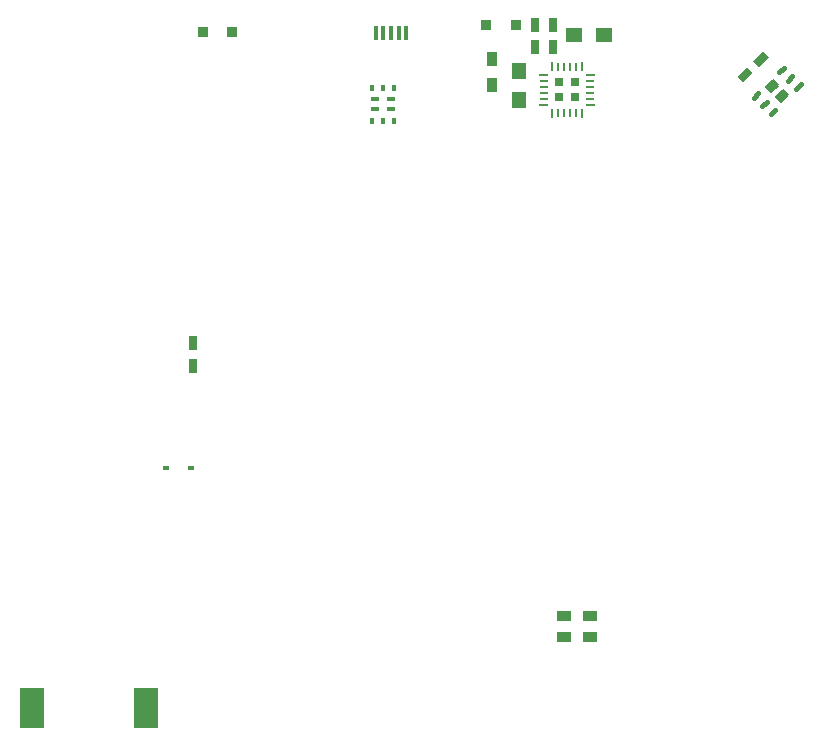
<source format=gtp>
G04 #@! TF.FileFunction,Paste,Top*
%FSLAX46Y46*%
G04 Gerber Fmt 4.6, Leading zero omitted, Abs format (unit mm)*
G04 Created by KiCad (PCBNEW 4.0.7) date Wed Mar 14 11:03:06 2018*
%MOMM*%
%LPD*%
G01*
G04 APERTURE LIST*
%ADD10C,0.025400*%
%ADD11C,0.150000*%
%ADD12R,0.399200X0.579200*%
%ADD13R,0.729200X0.459200*%
%ADD14R,1.199200X1.449200*%
%ADD15R,0.699200X1.149200*%
%ADD16R,1.449200X1.199200*%
%ADD17R,0.949200X0.949200*%
%ADD18R,0.849200X1.149200*%
%ADD19R,1.149200X0.849200*%
%ADD20R,2.149200X3.349200*%
%ADD21R,0.249200X0.649200*%
%ADD22R,0.249200X0.799200*%
%ADD23R,0.649200X0.249200*%
%ADD24R,0.799200X0.249200*%
%ADD25R,0.729200X0.729200*%
%ADD26C,0.249200*%
%ADD27R,0.349200X1.299200*%
%ADD28R,0.549200X0.399200*%
%ADD29C,0.399200*%
G04 APERTURE END LIST*
D10*
D11*
X162358500Y-78240808D02*
X162627908Y-78510216D01*
X163220605Y-79102913D02*
X163454092Y-79336399D01*
X163525934Y-79372320D02*
X163310407Y-79372320D01*
X163220605Y-79462123D02*
X162915276Y-79623767D01*
X163023039Y-79623767D02*
X163220605Y-79462123D01*
X163184684Y-79282518D02*
X163023039Y-79623767D01*
X163256526Y-79354360D02*
X163184684Y-79282518D01*
X162879355Y-79551925D02*
X163256526Y-79354360D01*
X163202644Y-79084952D02*
X162879355Y-79551925D01*
X162753632Y-79533965D02*
X163202644Y-79084952D01*
X163005079Y-79785412D02*
X162753632Y-79533965D01*
X163418171Y-79372320D02*
X163005079Y-79785412D01*
X163166723Y-79120873D02*
X163418171Y-79372320D01*
X163184684Y-78923307D02*
X163615736Y-79354360D01*
X162591987Y-79516004D02*
X163184684Y-78923307D01*
X163023039Y-79947057D02*
X162591987Y-79516004D01*
X163579815Y-79390281D02*
X163023039Y-79947057D01*
X162340540Y-78115084D02*
X162771592Y-78546137D01*
X162574026Y-78564097D02*
X162160935Y-78977189D01*
X161909487Y-78725742D02*
X162358500Y-78276729D01*
X162178895Y-78815544D02*
X162376461Y-78653900D01*
X161747843Y-78707781D02*
X162340540Y-78115084D01*
X162322579Y-78312650D02*
X162574026Y-78564097D01*
X162358500Y-78276729D02*
X162035211Y-78743702D01*
X162412382Y-78546137D02*
X162340540Y-78474295D01*
X162735671Y-78582058D02*
X162178895Y-79138834D01*
X162178895Y-79138834D02*
X161747843Y-78707781D01*
X162681790Y-78564097D02*
X162466263Y-78564097D01*
X162376461Y-78653900D02*
X162071132Y-78815544D01*
X162340540Y-78474295D02*
X162178895Y-78815544D01*
X162160935Y-78977189D02*
X161909487Y-78725742D01*
X162035211Y-78743702D02*
X162412382Y-78546137D01*
D12*
X130225000Y-78810000D03*
X129275000Y-78810000D03*
X128325000Y-78810000D03*
X128325000Y-81540000D03*
X129275000Y-81540000D03*
X130225000Y-81540000D03*
D13*
X128625000Y-80600000D03*
X129925000Y-80600000D03*
X128625000Y-79750000D03*
X129925000Y-79750000D03*
D14*
X140803000Y-77323001D03*
X140803000Y-79823001D03*
D15*
X142174601Y-75332000D03*
X142174601Y-73432000D03*
D16*
X145496602Y-74331200D03*
X147996602Y-74331200D03*
D15*
X143673202Y-75332000D03*
X143673202Y-73432000D03*
X113207600Y-102290400D03*
X113207600Y-100390400D03*
D10*
G36*
X159771763Y-78313073D02*
X159277354Y-77818664D01*
X160089961Y-77006057D01*
X160584370Y-77500466D01*
X159771763Y-78313073D01*
X159771763Y-78313073D01*
G37*
G36*
X161115265Y-76969571D02*
X160620856Y-76475162D01*
X161433463Y-75662555D01*
X161927872Y-76156964D01*
X161115265Y-76969571D01*
X161115265Y-76969571D01*
G37*
D17*
X138029000Y-73493000D03*
X140529000Y-73493000D03*
D18*
X138516999Y-78530000D03*
X138516999Y-76330000D03*
D19*
X144650000Y-125250000D03*
X146850000Y-125250000D03*
X144650000Y-123500000D03*
X146850000Y-123500000D03*
D17*
X114022500Y-74024500D03*
X116522500Y-74024500D03*
D20*
X99594000Y-131318000D03*
X109194000Y-131318000D03*
D21*
X146102000Y-76914001D03*
D22*
X145602000Y-76989001D03*
X145102000Y-76989001D03*
X144602000Y-76989001D03*
X144102000Y-76989001D03*
D21*
X143602000Y-76914001D03*
D23*
X142827000Y-77689001D03*
D24*
X142902000Y-78189001D03*
X142902000Y-78689001D03*
X142902000Y-79189001D03*
X142902000Y-79689001D03*
D23*
X142827000Y-80189001D03*
D21*
X143602000Y-80964001D03*
D22*
X144102000Y-80889001D03*
X144602000Y-80889001D03*
X145102000Y-80889001D03*
X145602000Y-80889001D03*
D21*
X146102000Y-80964001D03*
D23*
X146877000Y-80189001D03*
D24*
X146802000Y-79689001D03*
X146802000Y-79189001D03*
X146802000Y-78689001D03*
X146802000Y-78189001D03*
D23*
X146877000Y-77689001D03*
D25*
X144202000Y-79589001D03*
X145502000Y-79589001D03*
X144202000Y-78289001D03*
X145502000Y-78289001D03*
D26*
X146527000Y-80189001D03*
X146102000Y-80614001D03*
X143602000Y-80614001D03*
X143177000Y-80189001D03*
X143602000Y-77264001D03*
X143177000Y-77689001D03*
X146527000Y-77689001D03*
X146102000Y-77264001D03*
D27*
X131275000Y-74150000D03*
X130625000Y-74150000D03*
X129975000Y-74150000D03*
X129325000Y-74150000D03*
X128675000Y-74150000D03*
D28*
X110950000Y-111000000D03*
X113050000Y-111000000D03*
D29*
X164643728Y-78483346D02*
X164254820Y-78872254D01*
X162487052Y-80640022D02*
X162098144Y-81028930D01*
X163936621Y-77776239D02*
X163547713Y-78165147D01*
X161779945Y-79932915D02*
X161391037Y-80321823D01*
X163229514Y-77069132D02*
X162840606Y-77458040D01*
X161072838Y-79225808D02*
X160683930Y-79614716D01*
M02*

</source>
